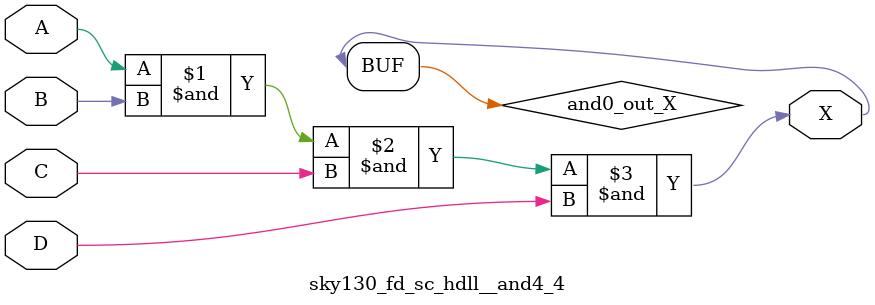
<source format=v>
/*
 * Copyright 2020 The SkyWater PDK Authors
 *
 * Licensed under the Apache License, Version 2.0 (the "License");
 * you may not use this file except in compliance with the License.
 * You may obtain a copy of the License at
 *
 *     https://www.apache.org/licenses/LICENSE-2.0
 *
 * Unless required by applicable law or agreed to in writing, software
 * distributed under the License is distributed on an "AS IS" BASIS,
 * WITHOUT WARRANTIES OR CONDITIONS OF ANY KIND, either express or implied.
 * See the License for the specific language governing permissions and
 * limitations under the License.
 *
 * SPDX-License-Identifier: Apache-2.0
*/


`ifndef SKY130_FD_SC_HDLL__AND4_4_FUNCTIONAL_V
`define SKY130_FD_SC_HDLL__AND4_4_FUNCTIONAL_V

/**
 * and4: 4-input AND.
 *
 * Verilog simulation functional model.
 */

`timescale 1ns / 1ps
`default_nettype none

`celldefine
module sky130_fd_sc_hdll__and4_4 (
    X,
    A,
    B,
    C,
    D
);

    // Module ports
    output X;
    input  A;
    input  B;
    input  C;
    input  D;

    // Local signals
    wire and0_out_X;

    //  Name  Output      Other arguments
    and and0 (and0_out_X, A, B, C, D     );
    buf buf0 (X         , and0_out_X     );

endmodule
`endcelldefine

`default_nettype wire
`endif  // SKY130_FD_SC_HDLL__AND4_4_FUNCTIONAL_V

</source>
